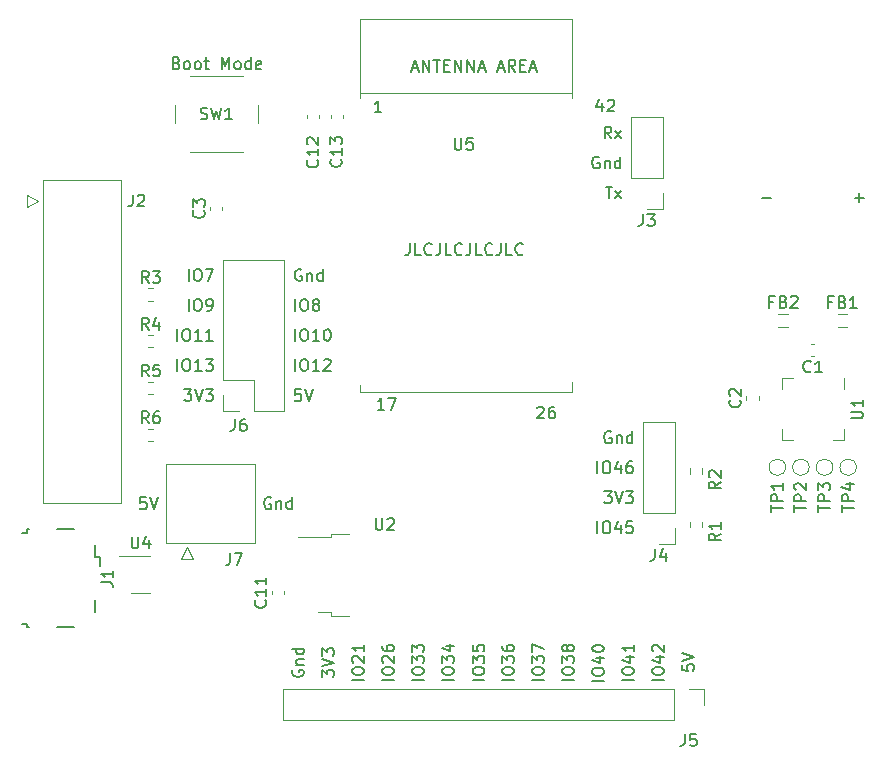
<source format=gbr>
%TF.GenerationSoftware,KiCad,Pcbnew,6.0.10+dfsg-2*%
%TF.CreationDate,2023-02-01T09:38:31-05:00*%
%TF.ProjectId,ParentsStove,50617265-6e74-4735-9374-6f76652e6b69,rev?*%
%TF.SameCoordinates,Original*%
%TF.FileFunction,Legend,Top*%
%TF.FilePolarity,Positive*%
%FSLAX46Y46*%
G04 Gerber Fmt 4.6, Leading zero omitted, Abs format (unit mm)*
G04 Created by KiCad (PCBNEW 6.0.10+dfsg-2) date 2023-02-01 09:38:31*
%MOMM*%
%LPD*%
G01*
G04 APERTURE LIST*
%ADD10C,0.150000*%
%ADD11C,0.120000*%
G04 APERTURE END LIST*
D10*
X137880952Y-95952380D02*
X137880952Y-96666666D01*
X137833333Y-96809523D01*
X137738095Y-96904761D01*
X137595238Y-96952380D01*
X137500000Y-96952380D01*
X138833333Y-96952380D02*
X138357142Y-96952380D01*
X138357142Y-95952380D01*
X139738095Y-96857142D02*
X139690476Y-96904761D01*
X139547619Y-96952380D01*
X139452380Y-96952380D01*
X139309523Y-96904761D01*
X139214285Y-96809523D01*
X139166666Y-96714285D01*
X139119047Y-96523809D01*
X139119047Y-96380952D01*
X139166666Y-96190476D01*
X139214285Y-96095238D01*
X139309523Y-96000000D01*
X139452380Y-95952380D01*
X139547619Y-95952380D01*
X139690476Y-96000000D01*
X139738095Y-96047619D01*
X140452380Y-95952380D02*
X140452380Y-96666666D01*
X140404761Y-96809523D01*
X140309523Y-96904761D01*
X140166666Y-96952380D01*
X140071428Y-96952380D01*
X141404761Y-96952380D02*
X140928571Y-96952380D01*
X140928571Y-95952380D01*
X142309523Y-96857142D02*
X142261904Y-96904761D01*
X142119047Y-96952380D01*
X142023809Y-96952380D01*
X141880952Y-96904761D01*
X141785714Y-96809523D01*
X141738095Y-96714285D01*
X141690476Y-96523809D01*
X141690476Y-96380952D01*
X141738095Y-96190476D01*
X141785714Y-96095238D01*
X141880952Y-96000000D01*
X142023809Y-95952380D01*
X142119047Y-95952380D01*
X142261904Y-96000000D01*
X142309523Y-96047619D01*
X143023809Y-95952380D02*
X143023809Y-96666666D01*
X142976190Y-96809523D01*
X142880952Y-96904761D01*
X142738095Y-96952380D01*
X142642857Y-96952380D01*
X143976190Y-96952380D02*
X143500000Y-96952380D01*
X143500000Y-95952380D01*
X144880952Y-96857142D02*
X144833333Y-96904761D01*
X144690476Y-96952380D01*
X144595238Y-96952380D01*
X144452380Y-96904761D01*
X144357142Y-96809523D01*
X144309523Y-96714285D01*
X144261904Y-96523809D01*
X144261904Y-96380952D01*
X144309523Y-96190476D01*
X144357142Y-96095238D01*
X144452380Y-96000000D01*
X144595238Y-95952380D01*
X144690476Y-95952380D01*
X144833333Y-96000000D01*
X144880952Y-96047619D01*
X145595238Y-95952380D02*
X145595238Y-96666666D01*
X145547619Y-96809523D01*
X145452380Y-96904761D01*
X145309523Y-96952380D01*
X145214285Y-96952380D01*
X146547619Y-96952380D02*
X146071428Y-96952380D01*
X146071428Y-95952380D01*
X147452380Y-96857142D02*
X147404761Y-96904761D01*
X147261904Y-96952380D01*
X147166666Y-96952380D01*
X147023809Y-96904761D01*
X146928571Y-96809523D01*
X146880952Y-96714285D01*
X146833333Y-96523809D01*
X146833333Y-96380952D01*
X146880952Y-96190476D01*
X146928571Y-96095238D01*
X147023809Y-96000000D01*
X147166666Y-95952380D01*
X147261904Y-95952380D01*
X147404761Y-96000000D01*
X147452380Y-96047619D01*
X139092380Y-132920190D02*
X138092380Y-132920190D01*
X138092380Y-132253523D02*
X138092380Y-132063047D01*
X138140000Y-131967809D01*
X138235238Y-131872571D01*
X138425714Y-131824952D01*
X138759047Y-131824952D01*
X138949523Y-131872571D01*
X139044761Y-131967809D01*
X139092380Y-132063047D01*
X139092380Y-132253523D01*
X139044761Y-132348761D01*
X138949523Y-132444000D01*
X138759047Y-132491619D01*
X138425714Y-132491619D01*
X138235238Y-132444000D01*
X138140000Y-132348761D01*
X138092380Y-132253523D01*
X138092380Y-131491619D02*
X138092380Y-130872571D01*
X138473333Y-131205904D01*
X138473333Y-131063047D01*
X138520952Y-130967809D01*
X138568571Y-130920190D01*
X138663809Y-130872571D01*
X138901904Y-130872571D01*
X138997142Y-130920190D01*
X139044761Y-130967809D01*
X139092380Y-131063047D01*
X139092380Y-131348761D01*
X139044761Y-131444000D01*
X138997142Y-131491619D01*
X138092380Y-130539238D02*
X138092380Y-129920190D01*
X138473333Y-130253523D01*
X138473333Y-130110666D01*
X138520952Y-130015428D01*
X138568571Y-129967809D01*
X138663809Y-129920190D01*
X138901904Y-129920190D01*
X138997142Y-129967809D01*
X139044761Y-130015428D01*
X139092380Y-130110666D01*
X139092380Y-130396380D01*
X139044761Y-130491619D01*
X138997142Y-130539238D01*
X153775023Y-115412380D02*
X153775023Y-114412380D01*
X154441690Y-114412380D02*
X154632166Y-114412380D01*
X154727404Y-114460000D01*
X154822642Y-114555238D01*
X154870261Y-114745714D01*
X154870261Y-115079047D01*
X154822642Y-115269523D01*
X154727404Y-115364761D01*
X154632166Y-115412380D01*
X154441690Y-115412380D01*
X154346452Y-115364761D01*
X154251214Y-115269523D01*
X154203595Y-115079047D01*
X154203595Y-114745714D01*
X154251214Y-114555238D01*
X154346452Y-114460000D01*
X154441690Y-114412380D01*
X155727404Y-114745714D02*
X155727404Y-115412380D01*
X155489309Y-114364761D02*
X155251214Y-115079047D01*
X155870261Y-115079047D01*
X156679785Y-114412380D02*
X156489309Y-114412380D01*
X156394071Y-114460000D01*
X156346452Y-114507619D01*
X156251214Y-114650476D01*
X156203595Y-114840952D01*
X156203595Y-115221904D01*
X156251214Y-115317142D01*
X156298833Y-115364761D01*
X156394071Y-115412380D01*
X156584547Y-115412380D01*
X156679785Y-115364761D01*
X156727404Y-115317142D01*
X156775023Y-115221904D01*
X156775023Y-114983809D01*
X156727404Y-114888571D01*
X156679785Y-114840952D01*
X156584547Y-114793333D01*
X156394071Y-114793333D01*
X156298833Y-114840952D01*
X156251214Y-114888571D01*
X156203595Y-114983809D01*
X149252380Y-132920190D02*
X148252380Y-132920190D01*
X148252380Y-132253523D02*
X148252380Y-132063047D01*
X148300000Y-131967809D01*
X148395238Y-131872571D01*
X148585714Y-131824952D01*
X148919047Y-131824952D01*
X149109523Y-131872571D01*
X149204761Y-131967809D01*
X149252380Y-132063047D01*
X149252380Y-132253523D01*
X149204761Y-132348761D01*
X149109523Y-132444000D01*
X148919047Y-132491619D01*
X148585714Y-132491619D01*
X148395238Y-132444000D01*
X148300000Y-132348761D01*
X148252380Y-132253523D01*
X148252380Y-131491619D02*
X148252380Y-130872571D01*
X148633333Y-131205904D01*
X148633333Y-131063047D01*
X148680952Y-130967809D01*
X148728571Y-130920190D01*
X148823809Y-130872571D01*
X149061904Y-130872571D01*
X149157142Y-130920190D01*
X149204761Y-130967809D01*
X149252380Y-131063047D01*
X149252380Y-131348761D01*
X149204761Y-131444000D01*
X149157142Y-131491619D01*
X148252380Y-130539238D02*
X148252380Y-129872571D01*
X149252380Y-130301142D01*
X128180595Y-104206380D02*
X128180595Y-103206380D01*
X128847261Y-103206380D02*
X129037738Y-103206380D01*
X129132976Y-103254000D01*
X129228214Y-103349238D01*
X129275833Y-103539714D01*
X129275833Y-103873047D01*
X129228214Y-104063523D01*
X129132976Y-104158761D01*
X129037738Y-104206380D01*
X128847261Y-104206380D01*
X128752023Y-104158761D01*
X128656785Y-104063523D01*
X128609166Y-103873047D01*
X128609166Y-103539714D01*
X128656785Y-103349238D01*
X128752023Y-103254000D01*
X128847261Y-103206380D01*
X130228214Y-104206380D02*
X129656785Y-104206380D01*
X129942500Y-104206380D02*
X129942500Y-103206380D01*
X129847261Y-103349238D01*
X129752023Y-103444476D01*
X129656785Y-103492095D01*
X130847261Y-103206380D02*
X130942500Y-103206380D01*
X131037738Y-103254000D01*
X131085357Y-103301619D01*
X131132976Y-103396857D01*
X131180595Y-103587333D01*
X131180595Y-103825428D01*
X131132976Y-104015904D01*
X131085357Y-104111142D01*
X131037738Y-104158761D01*
X130942500Y-104206380D01*
X130847261Y-104206380D01*
X130752023Y-104158761D01*
X130704404Y-104111142D01*
X130656785Y-104015904D01*
X130609166Y-103825428D01*
X130609166Y-103587333D01*
X130656785Y-103396857D01*
X130704404Y-103301619D01*
X130752023Y-103254000D01*
X130847261Y-103206380D01*
X115559523Y-117452380D02*
X115083333Y-117452380D01*
X115035714Y-117928571D01*
X115083333Y-117880952D01*
X115178571Y-117833333D01*
X115416666Y-117833333D01*
X115511904Y-117880952D01*
X115559523Y-117928571D01*
X115607142Y-118023809D01*
X115607142Y-118261904D01*
X115559523Y-118357142D01*
X115511904Y-118404761D01*
X115416666Y-118452380D01*
X115178571Y-118452380D01*
X115083333Y-118404761D01*
X115035714Y-118357142D01*
X115892857Y-117452380D02*
X116226190Y-118452380D01*
X116559523Y-117452380D01*
X167669047Y-92071428D02*
X168430952Y-92071428D01*
X118207023Y-106746380D02*
X118207023Y-105746380D01*
X118873690Y-105746380D02*
X119064166Y-105746380D01*
X119159404Y-105794000D01*
X119254642Y-105889238D01*
X119302261Y-106079714D01*
X119302261Y-106413047D01*
X119254642Y-106603523D01*
X119159404Y-106698761D01*
X119064166Y-106746380D01*
X118873690Y-106746380D01*
X118778452Y-106698761D01*
X118683214Y-106603523D01*
X118635595Y-106413047D01*
X118635595Y-106079714D01*
X118683214Y-105889238D01*
X118778452Y-105794000D01*
X118873690Y-105746380D01*
X120254642Y-106746380D02*
X119683214Y-106746380D01*
X119968928Y-106746380D02*
X119968928Y-105746380D01*
X119873690Y-105889238D01*
X119778452Y-105984476D01*
X119683214Y-106032095D01*
X120587976Y-105746380D02*
X121207023Y-105746380D01*
X120873690Y-106127333D01*
X121016547Y-106127333D01*
X121111785Y-106174952D01*
X121159404Y-106222571D01*
X121207023Y-106317809D01*
X121207023Y-106555904D01*
X121159404Y-106651142D01*
X121111785Y-106698761D01*
X121016547Y-106746380D01*
X120730833Y-106746380D01*
X120635595Y-106698761D01*
X120587976Y-106651142D01*
X154473309Y-91152380D02*
X155044738Y-91152380D01*
X154759023Y-92152380D02*
X154759023Y-91152380D01*
X155282833Y-92152380D02*
X155806642Y-91485714D01*
X155282833Y-91485714D02*
X155806642Y-92152380D01*
X118135238Y-80684571D02*
X118278095Y-80732190D01*
X118325714Y-80779809D01*
X118373333Y-80875047D01*
X118373333Y-81017904D01*
X118325714Y-81113142D01*
X118278095Y-81160761D01*
X118182857Y-81208380D01*
X117801904Y-81208380D01*
X117801904Y-80208380D01*
X118135238Y-80208380D01*
X118230476Y-80256000D01*
X118278095Y-80303619D01*
X118325714Y-80398857D01*
X118325714Y-80494095D01*
X118278095Y-80589333D01*
X118230476Y-80636952D01*
X118135238Y-80684571D01*
X117801904Y-80684571D01*
X118944761Y-81208380D02*
X118849523Y-81160761D01*
X118801904Y-81113142D01*
X118754285Y-81017904D01*
X118754285Y-80732190D01*
X118801904Y-80636952D01*
X118849523Y-80589333D01*
X118944761Y-80541714D01*
X119087619Y-80541714D01*
X119182857Y-80589333D01*
X119230476Y-80636952D01*
X119278095Y-80732190D01*
X119278095Y-81017904D01*
X119230476Y-81113142D01*
X119182857Y-81160761D01*
X119087619Y-81208380D01*
X118944761Y-81208380D01*
X119849523Y-81208380D02*
X119754285Y-81160761D01*
X119706666Y-81113142D01*
X119659047Y-81017904D01*
X119659047Y-80732190D01*
X119706666Y-80636952D01*
X119754285Y-80589333D01*
X119849523Y-80541714D01*
X119992380Y-80541714D01*
X120087619Y-80589333D01*
X120135238Y-80636952D01*
X120182857Y-80732190D01*
X120182857Y-81017904D01*
X120135238Y-81113142D01*
X120087619Y-81160761D01*
X119992380Y-81208380D01*
X119849523Y-81208380D01*
X120468571Y-80541714D02*
X120849523Y-80541714D01*
X120611428Y-80208380D02*
X120611428Y-81065523D01*
X120659047Y-81160761D01*
X120754285Y-81208380D01*
X120849523Y-81208380D01*
X121944761Y-81208380D02*
X121944761Y-80208380D01*
X122278095Y-80922666D01*
X122611428Y-80208380D01*
X122611428Y-81208380D01*
X123230476Y-81208380D02*
X123135238Y-81160761D01*
X123087619Y-81113142D01*
X123040000Y-81017904D01*
X123040000Y-80732190D01*
X123087619Y-80636952D01*
X123135238Y-80589333D01*
X123230476Y-80541714D01*
X123373333Y-80541714D01*
X123468571Y-80589333D01*
X123516190Y-80636952D01*
X123563809Y-80732190D01*
X123563809Y-81017904D01*
X123516190Y-81113142D01*
X123468571Y-81160761D01*
X123373333Y-81208380D01*
X123230476Y-81208380D01*
X124420952Y-81208380D02*
X124420952Y-80208380D01*
X124420952Y-81160761D02*
X124325714Y-81208380D01*
X124135238Y-81208380D01*
X124040000Y-81160761D01*
X123992380Y-81113142D01*
X123944761Y-81017904D01*
X123944761Y-80732190D01*
X123992380Y-80636952D01*
X124040000Y-80589333D01*
X124135238Y-80541714D01*
X124325714Y-80541714D01*
X124420952Y-80589333D01*
X125278095Y-81160761D02*
X125182857Y-81208380D01*
X124992380Y-81208380D01*
X124897142Y-81160761D01*
X124849523Y-81065523D01*
X124849523Y-80684571D01*
X124897142Y-80589333D01*
X124992380Y-80541714D01*
X125182857Y-80541714D01*
X125278095Y-80589333D01*
X125325714Y-80684571D01*
X125325714Y-80779809D01*
X124849523Y-80875047D01*
X146712380Y-132920190D02*
X145712380Y-132920190D01*
X145712380Y-132253523D02*
X145712380Y-132063047D01*
X145760000Y-131967809D01*
X145855238Y-131872571D01*
X146045714Y-131824952D01*
X146379047Y-131824952D01*
X146569523Y-131872571D01*
X146664761Y-131967809D01*
X146712380Y-132063047D01*
X146712380Y-132253523D01*
X146664761Y-132348761D01*
X146569523Y-132444000D01*
X146379047Y-132491619D01*
X146045714Y-132491619D01*
X145855238Y-132444000D01*
X145760000Y-132348761D01*
X145712380Y-132253523D01*
X145712380Y-131491619D02*
X145712380Y-130872571D01*
X146093333Y-131205904D01*
X146093333Y-131063047D01*
X146140952Y-130967809D01*
X146188571Y-130920190D01*
X146283809Y-130872571D01*
X146521904Y-130872571D01*
X146617142Y-130920190D01*
X146664761Y-130967809D01*
X146712380Y-131063047D01*
X146712380Y-131348761D01*
X146664761Y-131444000D01*
X146617142Y-131491619D01*
X145712380Y-130015428D02*
X145712380Y-130205904D01*
X145760000Y-130301142D01*
X145807619Y-130348761D01*
X145950476Y-130444000D01*
X146140952Y-130491619D01*
X146521904Y-130491619D01*
X146617142Y-130444000D01*
X146664761Y-130396380D01*
X146712380Y-130301142D01*
X146712380Y-130110666D01*
X146664761Y-130015428D01*
X146617142Y-129967809D01*
X146521904Y-129920190D01*
X146283809Y-129920190D01*
X146188571Y-129967809D01*
X146140952Y-130015428D01*
X146093333Y-130110666D01*
X146093333Y-130301142D01*
X146140952Y-130396380D01*
X146188571Y-130444000D01*
X146283809Y-130491619D01*
X154949500Y-87072380D02*
X154616166Y-86596190D01*
X154378071Y-87072380D02*
X154378071Y-86072380D01*
X154759023Y-86072380D01*
X154854261Y-86120000D01*
X154901880Y-86167619D01*
X154949500Y-86262857D01*
X154949500Y-86405714D01*
X154901880Y-86500952D01*
X154854261Y-86548571D01*
X154759023Y-86596190D01*
X154378071Y-86596190D01*
X155282833Y-87072380D02*
X155806642Y-86405714D01*
X155282833Y-86405714D02*
X155806642Y-87072380D01*
X154917880Y-111920000D02*
X154822642Y-111872380D01*
X154679785Y-111872380D01*
X154536928Y-111920000D01*
X154441690Y-112015238D01*
X154394071Y-112110476D01*
X154346452Y-112300952D01*
X154346452Y-112443809D01*
X154394071Y-112634285D01*
X154441690Y-112729523D01*
X154536928Y-112824761D01*
X154679785Y-112872380D01*
X154775023Y-112872380D01*
X154917880Y-112824761D01*
X154965500Y-112777142D01*
X154965500Y-112443809D01*
X154775023Y-112443809D01*
X155394071Y-112205714D02*
X155394071Y-112872380D01*
X155394071Y-112300952D02*
X155441690Y-112253333D01*
X155536928Y-112205714D01*
X155679785Y-112205714D01*
X155775023Y-112253333D01*
X155822642Y-112348571D01*
X155822642Y-112872380D01*
X156727404Y-112872380D02*
X156727404Y-111872380D01*
X156727404Y-112824761D02*
X156632166Y-112872380D01*
X156441690Y-112872380D01*
X156346452Y-112824761D01*
X156298833Y-112777142D01*
X156251214Y-112681904D01*
X156251214Y-112396190D01*
X156298833Y-112300952D01*
X156346452Y-112253333D01*
X156441690Y-112205714D01*
X156632166Y-112205714D01*
X156727404Y-112253333D01*
X144202380Y-132920190D02*
X143202380Y-132920190D01*
X143202380Y-132253523D02*
X143202380Y-132063047D01*
X143250000Y-131967809D01*
X143345238Y-131872571D01*
X143535714Y-131824952D01*
X143869047Y-131824952D01*
X144059523Y-131872571D01*
X144154761Y-131967809D01*
X144202380Y-132063047D01*
X144202380Y-132253523D01*
X144154761Y-132348761D01*
X144059523Y-132444000D01*
X143869047Y-132491619D01*
X143535714Y-132491619D01*
X143345238Y-132444000D01*
X143250000Y-132348761D01*
X143202380Y-132253523D01*
X143202380Y-131491619D02*
X143202380Y-130872571D01*
X143583333Y-131205904D01*
X143583333Y-131063047D01*
X143630952Y-130967809D01*
X143678571Y-130920190D01*
X143773809Y-130872571D01*
X144011904Y-130872571D01*
X144107142Y-130920190D01*
X144154761Y-130967809D01*
X144202380Y-131063047D01*
X144202380Y-131348761D01*
X144154761Y-131444000D01*
X144107142Y-131491619D01*
X143202380Y-129967809D02*
X143202380Y-130444000D01*
X143678571Y-130491619D01*
X143630952Y-130444000D01*
X143583333Y-130348761D01*
X143583333Y-130110666D01*
X143630952Y-130015428D01*
X143678571Y-129967809D01*
X143773809Y-129920190D01*
X144011904Y-129920190D01*
X144107142Y-129967809D01*
X144154761Y-130015428D01*
X144202380Y-130110666D01*
X144202380Y-130348761D01*
X144154761Y-130444000D01*
X144107142Y-130491619D01*
X151792380Y-132920190D02*
X150792380Y-132920190D01*
X150792380Y-132253523D02*
X150792380Y-132063047D01*
X150840000Y-131967809D01*
X150935238Y-131872571D01*
X151125714Y-131824952D01*
X151459047Y-131824952D01*
X151649523Y-131872571D01*
X151744761Y-131967809D01*
X151792380Y-132063047D01*
X151792380Y-132253523D01*
X151744761Y-132348761D01*
X151649523Y-132444000D01*
X151459047Y-132491619D01*
X151125714Y-132491619D01*
X150935238Y-132444000D01*
X150840000Y-132348761D01*
X150792380Y-132253523D01*
X150792380Y-131491619D02*
X150792380Y-130872571D01*
X151173333Y-131205904D01*
X151173333Y-131063047D01*
X151220952Y-130967809D01*
X151268571Y-130920190D01*
X151363809Y-130872571D01*
X151601904Y-130872571D01*
X151697142Y-130920190D01*
X151744761Y-130967809D01*
X151792380Y-131063047D01*
X151792380Y-131348761D01*
X151744761Y-131444000D01*
X151697142Y-131491619D01*
X151220952Y-130301142D02*
X151173333Y-130396380D01*
X151125714Y-130444000D01*
X151030476Y-130491619D01*
X150982857Y-130491619D01*
X150887619Y-130444000D01*
X150840000Y-130396380D01*
X150792380Y-130301142D01*
X150792380Y-130110666D01*
X150840000Y-130015428D01*
X150887619Y-129967809D01*
X150982857Y-129920190D01*
X151030476Y-129920190D01*
X151125714Y-129967809D01*
X151173333Y-130015428D01*
X151220952Y-130110666D01*
X151220952Y-130301142D01*
X151268571Y-130396380D01*
X151316190Y-130444000D01*
X151411428Y-130491619D01*
X151601904Y-130491619D01*
X151697142Y-130444000D01*
X151744761Y-130396380D01*
X151792380Y-130301142D01*
X151792380Y-130110666D01*
X151744761Y-130015428D01*
X151697142Y-129967809D01*
X151601904Y-129920190D01*
X151411428Y-129920190D01*
X151316190Y-129967809D01*
X151268571Y-130015428D01*
X151220952Y-130110666D01*
X160952380Y-131634476D02*
X160952380Y-132110666D01*
X161428571Y-132158285D01*
X161380952Y-132110666D01*
X161333333Y-132015428D01*
X161333333Y-131777333D01*
X161380952Y-131682095D01*
X161428571Y-131634476D01*
X161523809Y-131586857D01*
X161761904Y-131586857D01*
X161857142Y-131634476D01*
X161904761Y-131682095D01*
X161952380Y-131777333D01*
X161952380Y-132015428D01*
X161904761Y-132110666D01*
X161857142Y-132158285D01*
X160952380Y-131301142D02*
X161952380Y-130967809D01*
X160952380Y-130634476D01*
X136552380Y-132920190D02*
X135552380Y-132920190D01*
X135552380Y-132253523D02*
X135552380Y-132063047D01*
X135600000Y-131967809D01*
X135695238Y-131872571D01*
X135885714Y-131824952D01*
X136219047Y-131824952D01*
X136409523Y-131872571D01*
X136504761Y-131967809D01*
X136552380Y-132063047D01*
X136552380Y-132253523D01*
X136504761Y-132348761D01*
X136409523Y-132444000D01*
X136219047Y-132491619D01*
X135885714Y-132491619D01*
X135695238Y-132444000D01*
X135600000Y-132348761D01*
X135552380Y-132253523D01*
X135647619Y-131444000D02*
X135600000Y-131396380D01*
X135552380Y-131301142D01*
X135552380Y-131063047D01*
X135600000Y-130967809D01*
X135647619Y-130920190D01*
X135742857Y-130872571D01*
X135838095Y-130872571D01*
X135980952Y-130920190D01*
X136552380Y-131491619D01*
X136552380Y-130872571D01*
X135552380Y-130015428D02*
X135552380Y-130205904D01*
X135600000Y-130301142D01*
X135647619Y-130348761D01*
X135790476Y-130444000D01*
X135980952Y-130491619D01*
X136361904Y-130491619D01*
X136457142Y-130444000D01*
X136504761Y-130396380D01*
X136552380Y-130301142D01*
X136552380Y-130110666D01*
X136504761Y-130015428D01*
X136457142Y-129967809D01*
X136361904Y-129920190D01*
X136123809Y-129920190D01*
X136028571Y-129967809D01*
X135980952Y-130015428D01*
X135933333Y-130110666D01*
X135933333Y-130301142D01*
X135980952Y-130396380D01*
X136028571Y-130444000D01*
X136123809Y-130491619D01*
X154332380Y-132976190D02*
X153332380Y-132976190D01*
X153332380Y-132309523D02*
X153332380Y-132119047D01*
X153380000Y-132023809D01*
X153475238Y-131928571D01*
X153665714Y-131880952D01*
X153999047Y-131880952D01*
X154189523Y-131928571D01*
X154284761Y-132023809D01*
X154332380Y-132119047D01*
X154332380Y-132309523D01*
X154284761Y-132404761D01*
X154189523Y-132500000D01*
X153999047Y-132547619D01*
X153665714Y-132547619D01*
X153475238Y-132500000D01*
X153380000Y-132404761D01*
X153332380Y-132309523D01*
X153665714Y-131023809D02*
X154332380Y-131023809D01*
X153284761Y-131261904D02*
X153999047Y-131500000D01*
X153999047Y-130880952D01*
X153332380Y-130309523D02*
X153332380Y-130214285D01*
X153380000Y-130119047D01*
X153427619Y-130071428D01*
X153522857Y-130023809D01*
X153713333Y-129976190D01*
X153951428Y-129976190D01*
X154141904Y-130023809D01*
X154237142Y-130071428D01*
X154284761Y-130119047D01*
X154332380Y-130214285D01*
X154332380Y-130309523D01*
X154284761Y-130404761D01*
X154237142Y-130452380D01*
X154141904Y-130500000D01*
X153951428Y-130547619D01*
X153713333Y-130547619D01*
X153522857Y-130500000D01*
X153427619Y-130452380D01*
X153380000Y-130404761D01*
X153332380Y-130309523D01*
X128180595Y-101666380D02*
X128180595Y-100666380D01*
X128847261Y-100666380D02*
X129037738Y-100666380D01*
X129132976Y-100714000D01*
X129228214Y-100809238D01*
X129275833Y-100999714D01*
X129275833Y-101333047D01*
X129228214Y-101523523D01*
X129132976Y-101618761D01*
X129037738Y-101666380D01*
X128847261Y-101666380D01*
X128752023Y-101618761D01*
X128656785Y-101523523D01*
X128609166Y-101333047D01*
X128609166Y-100999714D01*
X128656785Y-100809238D01*
X128752023Y-100714000D01*
X128847261Y-100666380D01*
X129847261Y-101094952D02*
X129752023Y-101047333D01*
X129704404Y-100999714D01*
X129656785Y-100904476D01*
X129656785Y-100856857D01*
X129704404Y-100761619D01*
X129752023Y-100714000D01*
X129847261Y-100666380D01*
X130037738Y-100666380D01*
X130132976Y-100714000D01*
X130180595Y-100761619D01*
X130228214Y-100856857D01*
X130228214Y-100904476D01*
X130180595Y-100999714D01*
X130132976Y-101047333D01*
X130037738Y-101094952D01*
X129847261Y-101094952D01*
X129752023Y-101142571D01*
X129704404Y-101190190D01*
X129656785Y-101285428D01*
X129656785Y-101475904D01*
X129704404Y-101571142D01*
X129752023Y-101618761D01*
X129847261Y-101666380D01*
X130037738Y-101666380D01*
X130132976Y-101618761D01*
X130180595Y-101571142D01*
X130228214Y-101475904D01*
X130228214Y-101285428D01*
X130180595Y-101190190D01*
X130132976Y-101142571D01*
X130037738Y-101094952D01*
X175559047Y-92071428D02*
X176320952Y-92071428D01*
X175940000Y-92452380D02*
X175940000Y-91690476D01*
X130472380Y-132682095D02*
X130472380Y-132063047D01*
X130853333Y-132396380D01*
X130853333Y-132253523D01*
X130900952Y-132158285D01*
X130948571Y-132110666D01*
X131043809Y-132063047D01*
X131281904Y-132063047D01*
X131377142Y-132110666D01*
X131424761Y-132158285D01*
X131472380Y-132253523D01*
X131472380Y-132539238D01*
X131424761Y-132634476D01*
X131377142Y-132682095D01*
X130472380Y-131777333D02*
X131472380Y-131444000D01*
X130472380Y-131110666D01*
X130472380Y-130872571D02*
X130472380Y-130253523D01*
X130853333Y-130586857D01*
X130853333Y-130444000D01*
X130900952Y-130348761D01*
X130948571Y-130301142D01*
X131043809Y-130253523D01*
X131281904Y-130253523D01*
X131377142Y-130301142D01*
X131424761Y-130348761D01*
X131472380Y-130444000D01*
X131472380Y-130729714D01*
X131424761Y-130824952D01*
X131377142Y-130872571D01*
X153901880Y-88660000D02*
X153806642Y-88612380D01*
X153663785Y-88612380D01*
X153520928Y-88660000D01*
X153425690Y-88755238D01*
X153378071Y-88850476D01*
X153330452Y-89040952D01*
X153330452Y-89183809D01*
X153378071Y-89374285D01*
X153425690Y-89469523D01*
X153520928Y-89564761D01*
X153663785Y-89612380D01*
X153759023Y-89612380D01*
X153901880Y-89564761D01*
X153949500Y-89517142D01*
X153949500Y-89183809D01*
X153759023Y-89183809D01*
X154378071Y-88945714D02*
X154378071Y-89612380D01*
X154378071Y-89040952D02*
X154425690Y-88993333D01*
X154520928Y-88945714D01*
X154663785Y-88945714D01*
X154759023Y-88993333D01*
X154806642Y-89088571D01*
X154806642Y-89612380D01*
X155711404Y-89612380D02*
X155711404Y-88612380D01*
X155711404Y-89564761D02*
X155616166Y-89612380D01*
X155425690Y-89612380D01*
X155330452Y-89564761D01*
X155282833Y-89517142D01*
X155235214Y-89421904D01*
X155235214Y-89136190D01*
X155282833Y-89040952D01*
X155330452Y-88993333D01*
X155425690Y-88945714D01*
X155616166Y-88945714D01*
X155711404Y-88993333D01*
X153775023Y-120492380D02*
X153775023Y-119492380D01*
X154441690Y-119492380D02*
X154632166Y-119492380D01*
X154727404Y-119540000D01*
X154822642Y-119635238D01*
X154870261Y-119825714D01*
X154870261Y-120159047D01*
X154822642Y-120349523D01*
X154727404Y-120444761D01*
X154632166Y-120492380D01*
X154441690Y-120492380D01*
X154346452Y-120444761D01*
X154251214Y-120349523D01*
X154203595Y-120159047D01*
X154203595Y-119825714D01*
X154251214Y-119635238D01*
X154346452Y-119540000D01*
X154441690Y-119492380D01*
X155727404Y-119825714D02*
X155727404Y-120492380D01*
X155489309Y-119444761D02*
X155251214Y-120159047D01*
X155870261Y-120159047D01*
X156727404Y-119492380D02*
X156251214Y-119492380D01*
X156203595Y-119968571D01*
X156251214Y-119920952D01*
X156346452Y-119873333D01*
X156584547Y-119873333D01*
X156679785Y-119920952D01*
X156727404Y-119968571D01*
X156775023Y-120063809D01*
X156775023Y-120301904D01*
X156727404Y-120397142D01*
X156679785Y-120444761D01*
X156584547Y-120492380D01*
X156346452Y-120492380D01*
X156251214Y-120444761D01*
X156203595Y-120397142D01*
X119159404Y-101666380D02*
X119159404Y-100666380D01*
X119826071Y-100666380D02*
X120016547Y-100666380D01*
X120111785Y-100714000D01*
X120207023Y-100809238D01*
X120254642Y-100999714D01*
X120254642Y-101333047D01*
X120207023Y-101523523D01*
X120111785Y-101618761D01*
X120016547Y-101666380D01*
X119826071Y-101666380D01*
X119730833Y-101618761D01*
X119635595Y-101523523D01*
X119587976Y-101333047D01*
X119587976Y-100999714D01*
X119635595Y-100809238D01*
X119730833Y-100714000D01*
X119826071Y-100666380D01*
X120730833Y-101666380D02*
X120921309Y-101666380D01*
X121016547Y-101618761D01*
X121064166Y-101571142D01*
X121159404Y-101428285D01*
X121207023Y-101237809D01*
X121207023Y-100856857D01*
X121159404Y-100761619D01*
X121111785Y-100714000D01*
X121016547Y-100666380D01*
X120826071Y-100666380D01*
X120730833Y-100714000D01*
X120683214Y-100761619D01*
X120635595Y-100856857D01*
X120635595Y-101094952D01*
X120683214Y-101190190D01*
X120730833Y-101237809D01*
X120826071Y-101285428D01*
X121016547Y-101285428D01*
X121111785Y-101237809D01*
X121159404Y-101190190D01*
X121207023Y-101094952D01*
X126107142Y-117500000D02*
X126011904Y-117452380D01*
X125869047Y-117452380D01*
X125726190Y-117500000D01*
X125630952Y-117595238D01*
X125583333Y-117690476D01*
X125535714Y-117880952D01*
X125535714Y-118023809D01*
X125583333Y-118214285D01*
X125630952Y-118309523D01*
X125726190Y-118404761D01*
X125869047Y-118452380D01*
X125964285Y-118452380D01*
X126107142Y-118404761D01*
X126154761Y-118357142D01*
X126154761Y-118023809D01*
X125964285Y-118023809D01*
X126583333Y-117785714D02*
X126583333Y-118452380D01*
X126583333Y-117880952D02*
X126630952Y-117833333D01*
X126726190Y-117785714D01*
X126869047Y-117785714D01*
X126964285Y-117833333D01*
X127011904Y-117928571D01*
X127011904Y-118452380D01*
X127916666Y-118452380D02*
X127916666Y-117452380D01*
X127916666Y-118404761D02*
X127821428Y-118452380D01*
X127630952Y-118452380D01*
X127535714Y-118404761D01*
X127488095Y-118357142D01*
X127440476Y-118261904D01*
X127440476Y-117976190D01*
X127488095Y-117880952D01*
X127535714Y-117833333D01*
X127630952Y-117785714D01*
X127821428Y-117785714D01*
X127916666Y-117833333D01*
X134012380Y-132920190D02*
X133012380Y-132920190D01*
X133012380Y-132253523D02*
X133012380Y-132063047D01*
X133060000Y-131967809D01*
X133155238Y-131872571D01*
X133345714Y-131824952D01*
X133679047Y-131824952D01*
X133869523Y-131872571D01*
X133964761Y-131967809D01*
X134012380Y-132063047D01*
X134012380Y-132253523D01*
X133964761Y-132348761D01*
X133869523Y-132444000D01*
X133679047Y-132491619D01*
X133345714Y-132491619D01*
X133155238Y-132444000D01*
X133060000Y-132348761D01*
X133012380Y-132253523D01*
X133107619Y-131444000D02*
X133060000Y-131396380D01*
X133012380Y-131301142D01*
X133012380Y-131063047D01*
X133060000Y-130967809D01*
X133107619Y-130920190D01*
X133202857Y-130872571D01*
X133298095Y-130872571D01*
X133440952Y-130920190D01*
X134012380Y-131491619D01*
X134012380Y-130872571D01*
X134012380Y-129920190D02*
X134012380Y-130491619D01*
X134012380Y-130205904D02*
X133012380Y-130205904D01*
X133155238Y-130301142D01*
X133250476Y-130396380D01*
X133298095Y-130491619D01*
X118207023Y-104206380D02*
X118207023Y-103206380D01*
X118873690Y-103206380D02*
X119064166Y-103206380D01*
X119159404Y-103254000D01*
X119254642Y-103349238D01*
X119302261Y-103539714D01*
X119302261Y-103873047D01*
X119254642Y-104063523D01*
X119159404Y-104158761D01*
X119064166Y-104206380D01*
X118873690Y-104206380D01*
X118778452Y-104158761D01*
X118683214Y-104063523D01*
X118635595Y-103873047D01*
X118635595Y-103539714D01*
X118683214Y-103349238D01*
X118778452Y-103254000D01*
X118873690Y-103206380D01*
X120254642Y-104206380D02*
X119683214Y-104206380D01*
X119968928Y-104206380D02*
X119968928Y-103206380D01*
X119873690Y-103349238D01*
X119778452Y-103444476D01*
X119683214Y-103492095D01*
X121207023Y-104206380D02*
X120635595Y-104206380D01*
X120921309Y-104206380D02*
X120921309Y-103206380D01*
X120826071Y-103349238D01*
X120730833Y-103444476D01*
X120635595Y-103492095D01*
X118778452Y-108286380D02*
X119397500Y-108286380D01*
X119064166Y-108667333D01*
X119207023Y-108667333D01*
X119302261Y-108714952D01*
X119349880Y-108762571D01*
X119397500Y-108857809D01*
X119397500Y-109095904D01*
X119349880Y-109191142D01*
X119302261Y-109238761D01*
X119207023Y-109286380D01*
X118921309Y-109286380D01*
X118826071Y-109238761D01*
X118778452Y-109191142D01*
X119683214Y-108286380D02*
X120016547Y-109286380D01*
X120349880Y-108286380D01*
X120587976Y-108286380D02*
X121207023Y-108286380D01*
X120873690Y-108667333D01*
X121016547Y-108667333D01*
X121111785Y-108714952D01*
X121159404Y-108762571D01*
X121207023Y-108857809D01*
X121207023Y-109095904D01*
X121159404Y-109191142D01*
X121111785Y-109238761D01*
X121016547Y-109286380D01*
X120730833Y-109286380D01*
X120635595Y-109238761D01*
X120587976Y-109191142D01*
X128656785Y-108316380D02*
X128180595Y-108316380D01*
X128132976Y-108792571D01*
X128180595Y-108744952D01*
X128275833Y-108697333D01*
X128513928Y-108697333D01*
X128609166Y-108744952D01*
X128656785Y-108792571D01*
X128704404Y-108887809D01*
X128704404Y-109125904D01*
X128656785Y-109221142D01*
X128609166Y-109268761D01*
X128513928Y-109316380D01*
X128275833Y-109316380D01*
X128180595Y-109268761D01*
X128132976Y-109221142D01*
X128990119Y-108316380D02*
X129323452Y-109316380D01*
X129656785Y-108316380D01*
X128180595Y-106746380D02*
X128180595Y-105746380D01*
X128847261Y-105746380D02*
X129037738Y-105746380D01*
X129132976Y-105794000D01*
X129228214Y-105889238D01*
X129275833Y-106079714D01*
X129275833Y-106413047D01*
X129228214Y-106603523D01*
X129132976Y-106698761D01*
X129037738Y-106746380D01*
X128847261Y-106746380D01*
X128752023Y-106698761D01*
X128656785Y-106603523D01*
X128609166Y-106413047D01*
X128609166Y-106079714D01*
X128656785Y-105889238D01*
X128752023Y-105794000D01*
X128847261Y-105746380D01*
X130228214Y-106746380D02*
X129656785Y-106746380D01*
X129942500Y-106746380D02*
X129942500Y-105746380D01*
X129847261Y-105889238D01*
X129752023Y-105984476D01*
X129656785Y-106032095D01*
X130609166Y-105841619D02*
X130656785Y-105794000D01*
X130752023Y-105746380D01*
X130990119Y-105746380D01*
X131085357Y-105794000D01*
X131132976Y-105841619D01*
X131180595Y-105936857D01*
X131180595Y-106032095D01*
X131132976Y-106174952D01*
X130561547Y-106746380D01*
X131180595Y-106746380D01*
X156872380Y-132920190D02*
X155872380Y-132920190D01*
X155872380Y-132253523D02*
X155872380Y-132063047D01*
X155920000Y-131967809D01*
X156015238Y-131872571D01*
X156205714Y-131824952D01*
X156539047Y-131824952D01*
X156729523Y-131872571D01*
X156824761Y-131967809D01*
X156872380Y-132063047D01*
X156872380Y-132253523D01*
X156824761Y-132348761D01*
X156729523Y-132444000D01*
X156539047Y-132491619D01*
X156205714Y-132491619D01*
X156015238Y-132444000D01*
X155920000Y-132348761D01*
X155872380Y-132253523D01*
X156205714Y-130967809D02*
X156872380Y-130967809D01*
X155824761Y-131205904D02*
X156539047Y-131444000D01*
X156539047Y-130824952D01*
X156872380Y-129920190D02*
X156872380Y-130491619D01*
X156872380Y-130205904D02*
X155872380Y-130205904D01*
X156015238Y-130301142D01*
X156110476Y-130396380D01*
X156158095Y-130491619D01*
X141632380Y-132920190D02*
X140632380Y-132920190D01*
X140632380Y-132253523D02*
X140632380Y-132063047D01*
X140680000Y-131967809D01*
X140775238Y-131872571D01*
X140965714Y-131824952D01*
X141299047Y-131824952D01*
X141489523Y-131872571D01*
X141584761Y-131967809D01*
X141632380Y-132063047D01*
X141632380Y-132253523D01*
X141584761Y-132348761D01*
X141489523Y-132444000D01*
X141299047Y-132491619D01*
X140965714Y-132491619D01*
X140775238Y-132444000D01*
X140680000Y-132348761D01*
X140632380Y-132253523D01*
X140632380Y-131491619D02*
X140632380Y-130872571D01*
X141013333Y-131205904D01*
X141013333Y-131063047D01*
X141060952Y-130967809D01*
X141108571Y-130920190D01*
X141203809Y-130872571D01*
X141441904Y-130872571D01*
X141537142Y-130920190D01*
X141584761Y-130967809D01*
X141632380Y-131063047D01*
X141632380Y-131348761D01*
X141584761Y-131444000D01*
X141537142Y-131491619D01*
X140965714Y-130015428D02*
X141632380Y-130015428D01*
X140584761Y-130253523D02*
X141299047Y-130491619D01*
X141299047Y-129872571D01*
X154346452Y-116952380D02*
X154965500Y-116952380D01*
X154632166Y-117333333D01*
X154775023Y-117333333D01*
X154870261Y-117380952D01*
X154917880Y-117428571D01*
X154965500Y-117523809D01*
X154965500Y-117761904D01*
X154917880Y-117857142D01*
X154870261Y-117904761D01*
X154775023Y-117952380D01*
X154489309Y-117952380D01*
X154394071Y-117904761D01*
X154346452Y-117857142D01*
X155251214Y-116952380D02*
X155584547Y-117952380D01*
X155917880Y-116952380D01*
X156155976Y-116952380D02*
X156775023Y-116952380D01*
X156441690Y-117333333D01*
X156584547Y-117333333D01*
X156679785Y-117380952D01*
X156727404Y-117428571D01*
X156775023Y-117523809D01*
X156775023Y-117761904D01*
X156727404Y-117857142D01*
X156679785Y-117904761D01*
X156584547Y-117952380D01*
X156298833Y-117952380D01*
X156203595Y-117904761D01*
X156155976Y-117857142D01*
X119159404Y-99126380D02*
X119159404Y-98126380D01*
X119826071Y-98126380D02*
X120016547Y-98126380D01*
X120111785Y-98174000D01*
X120207023Y-98269238D01*
X120254642Y-98459714D01*
X120254642Y-98793047D01*
X120207023Y-98983523D01*
X120111785Y-99078761D01*
X120016547Y-99126380D01*
X119826071Y-99126380D01*
X119730833Y-99078761D01*
X119635595Y-98983523D01*
X119587976Y-98793047D01*
X119587976Y-98459714D01*
X119635595Y-98269238D01*
X119730833Y-98174000D01*
X119826071Y-98126380D01*
X120587976Y-98126380D02*
X121254642Y-98126380D01*
X120826071Y-99126380D01*
X159412380Y-132920190D02*
X158412380Y-132920190D01*
X158412380Y-132253523D02*
X158412380Y-132063047D01*
X158460000Y-131967809D01*
X158555238Y-131872571D01*
X158745714Y-131824952D01*
X159079047Y-131824952D01*
X159269523Y-131872571D01*
X159364761Y-131967809D01*
X159412380Y-132063047D01*
X159412380Y-132253523D01*
X159364761Y-132348761D01*
X159269523Y-132444000D01*
X159079047Y-132491619D01*
X158745714Y-132491619D01*
X158555238Y-132444000D01*
X158460000Y-132348761D01*
X158412380Y-132253523D01*
X158745714Y-130967809D02*
X159412380Y-130967809D01*
X158364761Y-131205904D02*
X159079047Y-131444000D01*
X159079047Y-130824952D01*
X158507619Y-130491619D02*
X158460000Y-130444000D01*
X158412380Y-130348761D01*
X158412380Y-130110666D01*
X158460000Y-130015428D01*
X158507619Y-129967809D01*
X158602857Y-129920190D01*
X158698095Y-129920190D01*
X158840952Y-129967809D01*
X159412380Y-130539238D01*
X159412380Y-129920190D01*
X127980000Y-132086857D02*
X127932380Y-132182095D01*
X127932380Y-132324952D01*
X127980000Y-132467809D01*
X128075238Y-132563047D01*
X128170476Y-132610666D01*
X128360952Y-132658285D01*
X128503809Y-132658285D01*
X128694285Y-132610666D01*
X128789523Y-132563047D01*
X128884761Y-132467809D01*
X128932380Y-132324952D01*
X128932380Y-132229714D01*
X128884761Y-132086857D01*
X128837142Y-132039238D01*
X128503809Y-132039238D01*
X128503809Y-132229714D01*
X128265714Y-131610666D02*
X128932380Y-131610666D01*
X128360952Y-131610666D02*
X128313333Y-131563047D01*
X128265714Y-131467809D01*
X128265714Y-131324952D01*
X128313333Y-131229714D01*
X128408571Y-131182095D01*
X128932380Y-131182095D01*
X128932380Y-130277333D02*
X127932380Y-130277333D01*
X128884761Y-130277333D02*
X128932380Y-130372571D01*
X128932380Y-130563047D01*
X128884761Y-130658285D01*
X128837142Y-130705904D01*
X128741904Y-130753523D01*
X128456190Y-130753523D01*
X128360952Y-130705904D01*
X128313333Y-130658285D01*
X128265714Y-130563047D01*
X128265714Y-130372571D01*
X128313333Y-130277333D01*
X128704404Y-98174000D02*
X128609166Y-98126380D01*
X128466309Y-98126380D01*
X128323452Y-98174000D01*
X128228214Y-98269238D01*
X128180595Y-98364476D01*
X128132976Y-98554952D01*
X128132976Y-98697809D01*
X128180595Y-98888285D01*
X128228214Y-98983523D01*
X128323452Y-99078761D01*
X128466309Y-99126380D01*
X128561547Y-99126380D01*
X128704404Y-99078761D01*
X128752023Y-99031142D01*
X128752023Y-98697809D01*
X128561547Y-98697809D01*
X129180595Y-98459714D02*
X129180595Y-99126380D01*
X129180595Y-98554952D02*
X129228214Y-98507333D01*
X129323452Y-98459714D01*
X129466309Y-98459714D01*
X129561547Y-98507333D01*
X129609166Y-98602571D01*
X129609166Y-99126380D01*
X130513928Y-99126380D02*
X130513928Y-98126380D01*
X130513928Y-99078761D02*
X130418690Y-99126380D01*
X130228214Y-99126380D01*
X130132976Y-99078761D01*
X130085357Y-99031142D01*
X130037738Y-98935904D01*
X130037738Y-98650190D01*
X130085357Y-98554952D01*
X130132976Y-98507333D01*
X130228214Y-98459714D01*
X130418690Y-98459714D01*
X130513928Y-98507333D01*
%TO.C,U5*%
X141678095Y-87027380D02*
X141678095Y-87836904D01*
X141725714Y-87932142D01*
X141773333Y-87979761D01*
X141868571Y-88027380D01*
X142059047Y-88027380D01*
X142154285Y-87979761D01*
X142201904Y-87932142D01*
X142249523Y-87836904D01*
X142249523Y-87027380D01*
X143201904Y-87027380D02*
X142725714Y-87027380D01*
X142678095Y-87503571D01*
X142725714Y-87455952D01*
X142820952Y-87408333D01*
X143059047Y-87408333D01*
X143154285Y-87455952D01*
X143201904Y-87503571D01*
X143249523Y-87598809D01*
X143249523Y-87836904D01*
X143201904Y-87932142D01*
X143154285Y-87979761D01*
X143059047Y-88027380D01*
X142820952Y-88027380D01*
X142725714Y-87979761D01*
X142678095Y-87932142D01*
X135475714Y-84870380D02*
X134904285Y-84870380D01*
X135190000Y-84870380D02*
X135190000Y-83870380D01*
X135094761Y-84013238D01*
X134999523Y-84108476D01*
X134904285Y-84156095D01*
X148678095Y-109872619D02*
X148725714Y-109825000D01*
X148820952Y-109777380D01*
X149059047Y-109777380D01*
X149154285Y-109825000D01*
X149201904Y-109872619D01*
X149249523Y-109967857D01*
X149249523Y-110063095D01*
X149201904Y-110205952D01*
X148630476Y-110777380D01*
X149249523Y-110777380D01*
X150106666Y-109777380D02*
X149916190Y-109777380D01*
X149820952Y-109825000D01*
X149773333Y-109872619D01*
X149678095Y-110015476D01*
X149630476Y-110205952D01*
X149630476Y-110586904D01*
X149678095Y-110682142D01*
X149725714Y-110729761D01*
X149820952Y-110777380D01*
X150011428Y-110777380D01*
X150106666Y-110729761D01*
X150154285Y-110682142D01*
X150201904Y-110586904D01*
X150201904Y-110348809D01*
X150154285Y-110253571D01*
X150106666Y-110205952D01*
X150011428Y-110158333D01*
X149820952Y-110158333D01*
X149725714Y-110205952D01*
X149678095Y-110253571D01*
X149630476Y-110348809D01*
X138058095Y-81122666D02*
X138534285Y-81122666D01*
X137962857Y-81408380D02*
X138296190Y-80408380D01*
X138629523Y-81408380D01*
X138962857Y-81408380D02*
X138962857Y-80408380D01*
X139534285Y-81408380D01*
X139534285Y-80408380D01*
X139867619Y-80408380D02*
X140439047Y-80408380D01*
X140153333Y-81408380D02*
X140153333Y-80408380D01*
X140772380Y-80884571D02*
X141105714Y-80884571D01*
X141248571Y-81408380D02*
X140772380Y-81408380D01*
X140772380Y-80408380D01*
X141248571Y-80408380D01*
X141677142Y-81408380D02*
X141677142Y-80408380D01*
X142248571Y-81408380D01*
X142248571Y-80408380D01*
X142724761Y-81408380D02*
X142724761Y-80408380D01*
X143296190Y-81408380D01*
X143296190Y-80408380D01*
X143724761Y-81122666D02*
X144200952Y-81122666D01*
X143629523Y-81408380D02*
X143962857Y-80408380D01*
X144296190Y-81408380D01*
X145343809Y-81122666D02*
X145820000Y-81122666D01*
X145248571Y-81408380D02*
X145581904Y-80408380D01*
X145915238Y-81408380D01*
X146820000Y-81408380D02*
X146486666Y-80932190D01*
X146248571Y-81408380D02*
X146248571Y-80408380D01*
X146629523Y-80408380D01*
X146724761Y-80456000D01*
X146772380Y-80503619D01*
X146820000Y-80598857D01*
X146820000Y-80741714D01*
X146772380Y-80836952D01*
X146724761Y-80884571D01*
X146629523Y-80932190D01*
X146248571Y-80932190D01*
X147248571Y-80884571D02*
X147581904Y-80884571D01*
X147724761Y-81408380D02*
X147248571Y-81408380D01*
X147248571Y-80408380D01*
X147724761Y-80408380D01*
X148105714Y-81122666D02*
X148581904Y-81122666D01*
X148010476Y-81408380D02*
X148343809Y-80408380D01*
X148677142Y-81408380D01*
X154154285Y-84110714D02*
X154154285Y-84777380D01*
X153916190Y-83729761D02*
X153678095Y-84444047D01*
X154297142Y-84444047D01*
X154630476Y-83872619D02*
X154678095Y-83825000D01*
X154773333Y-83777380D01*
X155011428Y-83777380D01*
X155106666Y-83825000D01*
X155154285Y-83872619D01*
X155201904Y-83967857D01*
X155201904Y-84063095D01*
X155154285Y-84205952D01*
X154582857Y-84777380D01*
X155201904Y-84777380D01*
X135735523Y-110027380D02*
X135164095Y-110027380D01*
X135449809Y-110027380D02*
X135449809Y-109027380D01*
X135354571Y-109170238D01*
X135259333Y-109265476D01*
X135164095Y-109313095D01*
X136068857Y-109027380D02*
X136735523Y-109027380D01*
X136306952Y-110027380D01*
%TO.C,J1*%
X111752380Y-124658333D02*
X112466666Y-124658333D01*
X112609523Y-124705952D01*
X112704761Y-124801190D01*
X112752380Y-124944047D01*
X112752380Y-125039285D01*
X112752380Y-123658333D02*
X112752380Y-124229761D01*
X112752380Y-123944047D02*
X111752380Y-123944047D01*
X111895238Y-124039285D01*
X111990476Y-124134523D01*
X112038095Y-124229761D01*
%TO.C,U4*%
X114338095Y-120777380D02*
X114338095Y-121586904D01*
X114385714Y-121682142D01*
X114433333Y-121729761D01*
X114528571Y-121777380D01*
X114719047Y-121777380D01*
X114814285Y-121729761D01*
X114861904Y-121682142D01*
X114909523Y-121586904D01*
X114909523Y-120777380D01*
X115814285Y-121110714D02*
X115814285Y-121777380D01*
X115576190Y-120729761D02*
X115338095Y-121444047D01*
X115957142Y-121444047D01*
%TO.C,C2*%
X165827142Y-109216666D02*
X165874761Y-109264285D01*
X165922380Y-109407142D01*
X165922380Y-109502380D01*
X165874761Y-109645238D01*
X165779523Y-109740476D01*
X165684285Y-109788095D01*
X165493809Y-109835714D01*
X165350952Y-109835714D01*
X165160476Y-109788095D01*
X165065238Y-109740476D01*
X164970000Y-109645238D01*
X164922380Y-109502380D01*
X164922380Y-109407142D01*
X164970000Y-109264285D01*
X165017619Y-109216666D01*
X165017619Y-108835714D02*
X164970000Y-108788095D01*
X164922380Y-108692857D01*
X164922380Y-108454761D01*
X164970000Y-108359523D01*
X165017619Y-108311904D01*
X165112857Y-108264285D01*
X165208095Y-108264285D01*
X165350952Y-108311904D01*
X165922380Y-108883333D01*
X165922380Y-108264285D01*
%TO.C,R2*%
X164192380Y-116122666D02*
X163716190Y-116456000D01*
X164192380Y-116694095D02*
X163192380Y-116694095D01*
X163192380Y-116313142D01*
X163240000Y-116217904D01*
X163287619Y-116170285D01*
X163382857Y-116122666D01*
X163525714Y-116122666D01*
X163620952Y-116170285D01*
X163668571Y-116217904D01*
X163716190Y-116313142D01*
X163716190Y-116694095D01*
X163287619Y-115741714D02*
X163240000Y-115694095D01*
X163192380Y-115598857D01*
X163192380Y-115360761D01*
X163240000Y-115265523D01*
X163287619Y-115217904D01*
X163382857Y-115170285D01*
X163478095Y-115170285D01*
X163620952Y-115217904D01*
X164192380Y-115789333D01*
X164192380Y-115170285D01*
%TO.C,R4*%
X115773333Y-103258380D02*
X115440000Y-102782190D01*
X115201904Y-103258380D02*
X115201904Y-102258380D01*
X115582857Y-102258380D01*
X115678095Y-102306000D01*
X115725714Y-102353619D01*
X115773333Y-102448857D01*
X115773333Y-102591714D01*
X115725714Y-102686952D01*
X115678095Y-102734571D01*
X115582857Y-102782190D01*
X115201904Y-102782190D01*
X116630476Y-102591714D02*
X116630476Y-103258380D01*
X116392380Y-102210761D02*
X116154285Y-102925047D01*
X116773333Y-102925047D01*
%TO.C,C13*%
X132047142Y-88842857D02*
X132094761Y-88890476D01*
X132142380Y-89033333D01*
X132142380Y-89128571D01*
X132094761Y-89271428D01*
X131999523Y-89366666D01*
X131904285Y-89414285D01*
X131713809Y-89461904D01*
X131570952Y-89461904D01*
X131380476Y-89414285D01*
X131285238Y-89366666D01*
X131190000Y-89271428D01*
X131142380Y-89128571D01*
X131142380Y-89033333D01*
X131190000Y-88890476D01*
X131237619Y-88842857D01*
X132142380Y-87890476D02*
X132142380Y-88461904D01*
X132142380Y-88176190D02*
X131142380Y-88176190D01*
X131285238Y-88271428D01*
X131380476Y-88366666D01*
X131428095Y-88461904D01*
X131142380Y-87557142D02*
X131142380Y-86938095D01*
X131523333Y-87271428D01*
X131523333Y-87128571D01*
X131570952Y-87033333D01*
X131618571Y-86985714D01*
X131713809Y-86938095D01*
X131951904Y-86938095D01*
X132047142Y-86985714D01*
X132094761Y-87033333D01*
X132142380Y-87128571D01*
X132142380Y-87414285D01*
X132094761Y-87509523D01*
X132047142Y-87557142D01*
%TO.C,U1*%
X175252380Y-110761904D02*
X176061904Y-110761904D01*
X176157142Y-110714285D01*
X176204761Y-110666666D01*
X176252380Y-110571428D01*
X176252380Y-110380952D01*
X176204761Y-110285714D01*
X176157142Y-110238095D01*
X176061904Y-110190476D01*
X175252380Y-110190476D01*
X176252380Y-109190476D02*
X176252380Y-109761904D01*
X176252380Y-109476190D02*
X175252380Y-109476190D01*
X175395238Y-109571428D01*
X175490476Y-109666666D01*
X175538095Y-109761904D01*
%TO.C,J7*%
X122666666Y-122202380D02*
X122666666Y-122916666D01*
X122619047Y-123059523D01*
X122523809Y-123154761D01*
X122380952Y-123202380D01*
X122285714Y-123202380D01*
X123047619Y-122202380D02*
X123714285Y-122202380D01*
X123285714Y-123202380D01*
%TO.C,FB1*%
X173666666Y-100928571D02*
X173333333Y-100928571D01*
X173333333Y-101452380D02*
X173333333Y-100452380D01*
X173809523Y-100452380D01*
X174523809Y-100928571D02*
X174666666Y-100976190D01*
X174714285Y-101023809D01*
X174761904Y-101119047D01*
X174761904Y-101261904D01*
X174714285Y-101357142D01*
X174666666Y-101404761D01*
X174571428Y-101452380D01*
X174190476Y-101452380D01*
X174190476Y-100452380D01*
X174523809Y-100452380D01*
X174619047Y-100500000D01*
X174666666Y-100547619D01*
X174714285Y-100642857D01*
X174714285Y-100738095D01*
X174666666Y-100833333D01*
X174619047Y-100880952D01*
X174523809Y-100928571D01*
X174190476Y-100928571D01*
X175714285Y-101452380D02*
X175142857Y-101452380D01*
X175428571Y-101452380D02*
X175428571Y-100452380D01*
X175333333Y-100595238D01*
X175238095Y-100690476D01*
X175142857Y-100738095D01*
%TO.C,C11*%
X125652142Y-126167857D02*
X125699761Y-126215476D01*
X125747380Y-126358333D01*
X125747380Y-126453571D01*
X125699761Y-126596428D01*
X125604523Y-126691666D01*
X125509285Y-126739285D01*
X125318809Y-126786904D01*
X125175952Y-126786904D01*
X124985476Y-126739285D01*
X124890238Y-126691666D01*
X124795000Y-126596428D01*
X124747380Y-126453571D01*
X124747380Y-126358333D01*
X124795000Y-126215476D01*
X124842619Y-126167857D01*
X125747380Y-125215476D02*
X125747380Y-125786904D01*
X125747380Y-125501190D02*
X124747380Y-125501190D01*
X124890238Y-125596428D01*
X124985476Y-125691666D01*
X125033095Y-125786904D01*
X125747380Y-124263095D02*
X125747380Y-124834523D01*
X125747380Y-124548809D02*
X124747380Y-124548809D01*
X124890238Y-124644047D01*
X124985476Y-124739285D01*
X125033095Y-124834523D01*
%TO.C,R1*%
X164192380Y-120522666D02*
X163716190Y-120856000D01*
X164192380Y-121094095D02*
X163192380Y-121094095D01*
X163192380Y-120713142D01*
X163240000Y-120617904D01*
X163287619Y-120570285D01*
X163382857Y-120522666D01*
X163525714Y-120522666D01*
X163620952Y-120570285D01*
X163668571Y-120617904D01*
X163716190Y-120713142D01*
X163716190Y-121094095D01*
X164192380Y-119570285D02*
X164192380Y-120141714D01*
X164192380Y-119856000D02*
X163192380Y-119856000D01*
X163335238Y-119951238D01*
X163430476Y-120046476D01*
X163478095Y-120141714D01*
%TO.C,R6*%
X115773333Y-111178380D02*
X115440000Y-110702190D01*
X115201904Y-111178380D02*
X115201904Y-110178380D01*
X115582857Y-110178380D01*
X115678095Y-110226000D01*
X115725714Y-110273619D01*
X115773333Y-110368857D01*
X115773333Y-110511714D01*
X115725714Y-110606952D01*
X115678095Y-110654571D01*
X115582857Y-110702190D01*
X115201904Y-110702190D01*
X116630476Y-110178380D02*
X116440000Y-110178380D01*
X116344761Y-110226000D01*
X116297142Y-110273619D01*
X116201904Y-110416476D01*
X116154285Y-110606952D01*
X116154285Y-110987904D01*
X116201904Y-111083142D01*
X116249523Y-111130761D01*
X116344761Y-111178380D01*
X116535238Y-111178380D01*
X116630476Y-111130761D01*
X116678095Y-111083142D01*
X116725714Y-110987904D01*
X116725714Y-110749809D01*
X116678095Y-110654571D01*
X116630476Y-110606952D01*
X116535238Y-110559333D01*
X116344761Y-110559333D01*
X116249523Y-110606952D01*
X116201904Y-110654571D01*
X116154285Y-110749809D01*
%TO.C,R5*%
X115773333Y-107218380D02*
X115440000Y-106742190D01*
X115201904Y-107218380D02*
X115201904Y-106218380D01*
X115582857Y-106218380D01*
X115678095Y-106266000D01*
X115725714Y-106313619D01*
X115773333Y-106408857D01*
X115773333Y-106551714D01*
X115725714Y-106646952D01*
X115678095Y-106694571D01*
X115582857Y-106742190D01*
X115201904Y-106742190D01*
X116678095Y-106218380D02*
X116201904Y-106218380D01*
X116154285Y-106694571D01*
X116201904Y-106646952D01*
X116297142Y-106599333D01*
X116535238Y-106599333D01*
X116630476Y-106646952D01*
X116678095Y-106694571D01*
X116725714Y-106789809D01*
X116725714Y-107027904D01*
X116678095Y-107123142D01*
X116630476Y-107170761D01*
X116535238Y-107218380D01*
X116297142Y-107218380D01*
X116201904Y-107170761D01*
X116154285Y-107123142D01*
%TO.C,FB2*%
X168666666Y-100878571D02*
X168333333Y-100878571D01*
X168333333Y-101402380D02*
X168333333Y-100402380D01*
X168809523Y-100402380D01*
X169523809Y-100878571D02*
X169666666Y-100926190D01*
X169714285Y-100973809D01*
X169761904Y-101069047D01*
X169761904Y-101211904D01*
X169714285Y-101307142D01*
X169666666Y-101354761D01*
X169571428Y-101402380D01*
X169190476Y-101402380D01*
X169190476Y-100402380D01*
X169523809Y-100402380D01*
X169619047Y-100450000D01*
X169666666Y-100497619D01*
X169714285Y-100592857D01*
X169714285Y-100688095D01*
X169666666Y-100783333D01*
X169619047Y-100830952D01*
X169523809Y-100878571D01*
X169190476Y-100878571D01*
X170142857Y-100497619D02*
X170190476Y-100450000D01*
X170285714Y-100402380D01*
X170523809Y-100402380D01*
X170619047Y-100450000D01*
X170666666Y-100497619D01*
X170714285Y-100592857D01*
X170714285Y-100688095D01*
X170666666Y-100830952D01*
X170095238Y-101402380D01*
X170714285Y-101402380D01*
%TO.C,R3*%
X115773333Y-99298380D02*
X115440000Y-98822190D01*
X115201904Y-99298380D02*
X115201904Y-98298380D01*
X115582857Y-98298380D01*
X115678095Y-98346000D01*
X115725714Y-98393619D01*
X115773333Y-98488857D01*
X115773333Y-98631714D01*
X115725714Y-98726952D01*
X115678095Y-98774571D01*
X115582857Y-98822190D01*
X115201904Y-98822190D01*
X116106666Y-98298380D02*
X116725714Y-98298380D01*
X116392380Y-98679333D01*
X116535238Y-98679333D01*
X116630476Y-98726952D01*
X116678095Y-98774571D01*
X116725714Y-98869809D01*
X116725714Y-99107904D01*
X116678095Y-99203142D01*
X116630476Y-99250761D01*
X116535238Y-99298380D01*
X116249523Y-99298380D01*
X116154285Y-99250761D01*
X116106666Y-99203142D01*
%TO.C,C3*%
X120427142Y-93166666D02*
X120474761Y-93214285D01*
X120522380Y-93357142D01*
X120522380Y-93452380D01*
X120474761Y-93595238D01*
X120379523Y-93690476D01*
X120284285Y-93738095D01*
X120093809Y-93785714D01*
X119950952Y-93785714D01*
X119760476Y-93738095D01*
X119665238Y-93690476D01*
X119570000Y-93595238D01*
X119522380Y-93452380D01*
X119522380Y-93357142D01*
X119570000Y-93214285D01*
X119617619Y-93166666D01*
X119522380Y-92833333D02*
X119522380Y-92214285D01*
X119903333Y-92547619D01*
X119903333Y-92404761D01*
X119950952Y-92309523D01*
X119998571Y-92261904D01*
X120093809Y-92214285D01*
X120331904Y-92214285D01*
X120427142Y-92261904D01*
X120474761Y-92309523D01*
X120522380Y-92404761D01*
X120522380Y-92690476D01*
X120474761Y-92785714D01*
X120427142Y-92833333D01*
%TO.C,J6*%
X123066666Y-110826380D02*
X123066666Y-111540666D01*
X123019047Y-111683523D01*
X122923809Y-111778761D01*
X122780952Y-111826380D01*
X122685714Y-111826380D01*
X123971428Y-110826380D02*
X123780952Y-110826380D01*
X123685714Y-110874000D01*
X123638095Y-110921619D01*
X123542857Y-111064476D01*
X123495238Y-111254952D01*
X123495238Y-111635904D01*
X123542857Y-111731142D01*
X123590476Y-111778761D01*
X123685714Y-111826380D01*
X123876190Y-111826380D01*
X123971428Y-111778761D01*
X124019047Y-111731142D01*
X124066666Y-111635904D01*
X124066666Y-111397809D01*
X124019047Y-111302571D01*
X123971428Y-111254952D01*
X123876190Y-111207333D01*
X123685714Y-111207333D01*
X123590476Y-111254952D01*
X123542857Y-111302571D01*
X123495238Y-111397809D01*
%TO.C,J3*%
X157618666Y-93482380D02*
X157618666Y-94196666D01*
X157571047Y-94339523D01*
X157475809Y-94434761D01*
X157332952Y-94482380D01*
X157237714Y-94482380D01*
X157999619Y-93482380D02*
X158618666Y-93482380D01*
X158285333Y-93863333D01*
X158428190Y-93863333D01*
X158523428Y-93910952D01*
X158571047Y-93958571D01*
X158618666Y-94053809D01*
X158618666Y-94291904D01*
X158571047Y-94387142D01*
X158523428Y-94434761D01*
X158428190Y-94482380D01*
X158142476Y-94482380D01*
X158047238Y-94434761D01*
X157999619Y-94387142D01*
%TO.C,SW1*%
X120166666Y-85404761D02*
X120309523Y-85452380D01*
X120547619Y-85452380D01*
X120642857Y-85404761D01*
X120690476Y-85357142D01*
X120738095Y-85261904D01*
X120738095Y-85166666D01*
X120690476Y-85071428D01*
X120642857Y-85023809D01*
X120547619Y-84976190D01*
X120357142Y-84928571D01*
X120261904Y-84880952D01*
X120214285Y-84833333D01*
X120166666Y-84738095D01*
X120166666Y-84642857D01*
X120214285Y-84547619D01*
X120261904Y-84500000D01*
X120357142Y-84452380D01*
X120595238Y-84452380D01*
X120738095Y-84500000D01*
X121071428Y-84452380D02*
X121309523Y-85452380D01*
X121500000Y-84738095D01*
X121690476Y-85452380D01*
X121928571Y-84452380D01*
X122833333Y-85452380D02*
X122261904Y-85452380D01*
X122547619Y-85452380D02*
X122547619Y-84452380D01*
X122452380Y-84595238D01*
X122357142Y-84690476D01*
X122261904Y-84738095D01*
%TO.C,TP1*%
X168452380Y-118671904D02*
X168452380Y-118100476D01*
X169452380Y-118386190D02*
X168452380Y-118386190D01*
X169452380Y-117767142D02*
X168452380Y-117767142D01*
X168452380Y-117386190D01*
X168500000Y-117290952D01*
X168547619Y-117243333D01*
X168642857Y-117195714D01*
X168785714Y-117195714D01*
X168880952Y-117243333D01*
X168928571Y-117290952D01*
X168976190Y-117386190D01*
X168976190Y-117767142D01*
X169452380Y-116243333D02*
X169452380Y-116814761D01*
X169452380Y-116529047D02*
X168452380Y-116529047D01*
X168595238Y-116624285D01*
X168690476Y-116719523D01*
X168738095Y-116814761D01*
%TO.C,C1*%
X171833333Y-106787142D02*
X171785714Y-106834761D01*
X171642857Y-106882380D01*
X171547619Y-106882380D01*
X171404761Y-106834761D01*
X171309523Y-106739523D01*
X171261904Y-106644285D01*
X171214285Y-106453809D01*
X171214285Y-106310952D01*
X171261904Y-106120476D01*
X171309523Y-106025238D01*
X171404761Y-105930000D01*
X171547619Y-105882380D01*
X171642857Y-105882380D01*
X171785714Y-105930000D01*
X171833333Y-105977619D01*
X172785714Y-106882380D02*
X172214285Y-106882380D01*
X172500000Y-106882380D02*
X172500000Y-105882380D01*
X172404761Y-106025238D01*
X172309523Y-106120476D01*
X172214285Y-106168095D01*
%TO.C,J5*%
X161166666Y-137500380D02*
X161166666Y-138214666D01*
X161119047Y-138357523D01*
X161023809Y-138452761D01*
X160880952Y-138500380D01*
X160785714Y-138500380D01*
X162119047Y-137500380D02*
X161642857Y-137500380D01*
X161595238Y-137976571D01*
X161642857Y-137928952D01*
X161738095Y-137881333D01*
X161976190Y-137881333D01*
X162071428Y-137928952D01*
X162119047Y-137976571D01*
X162166666Y-138071809D01*
X162166666Y-138309904D01*
X162119047Y-138405142D01*
X162071428Y-138452761D01*
X161976190Y-138500380D01*
X161738095Y-138500380D01*
X161642857Y-138452761D01*
X161595238Y-138405142D01*
%TO.C,J4*%
X158634666Y-121822380D02*
X158634666Y-122536666D01*
X158587047Y-122679523D01*
X158491809Y-122774761D01*
X158348952Y-122822380D01*
X158253714Y-122822380D01*
X159539428Y-122155714D02*
X159539428Y-122822380D01*
X159301333Y-121774761D02*
X159063238Y-122489047D01*
X159682285Y-122489047D01*
%TO.C,TP2*%
X170452380Y-118671904D02*
X170452380Y-118100476D01*
X171452380Y-118386190D02*
X170452380Y-118386190D01*
X171452380Y-117767142D02*
X170452380Y-117767142D01*
X170452380Y-117386190D01*
X170500000Y-117290952D01*
X170547619Y-117243333D01*
X170642857Y-117195714D01*
X170785714Y-117195714D01*
X170880952Y-117243333D01*
X170928571Y-117290952D01*
X170976190Y-117386190D01*
X170976190Y-117767142D01*
X170547619Y-116814761D02*
X170500000Y-116767142D01*
X170452380Y-116671904D01*
X170452380Y-116433809D01*
X170500000Y-116338571D01*
X170547619Y-116290952D01*
X170642857Y-116243333D01*
X170738095Y-116243333D01*
X170880952Y-116290952D01*
X171452380Y-116862380D01*
X171452380Y-116243333D01*
%TO.C,C12*%
X130047142Y-88892857D02*
X130094761Y-88940476D01*
X130142380Y-89083333D01*
X130142380Y-89178571D01*
X130094761Y-89321428D01*
X129999523Y-89416666D01*
X129904285Y-89464285D01*
X129713809Y-89511904D01*
X129570952Y-89511904D01*
X129380476Y-89464285D01*
X129285238Y-89416666D01*
X129190000Y-89321428D01*
X129142380Y-89178571D01*
X129142380Y-89083333D01*
X129190000Y-88940476D01*
X129237619Y-88892857D01*
X130142380Y-87940476D02*
X130142380Y-88511904D01*
X130142380Y-88226190D02*
X129142380Y-88226190D01*
X129285238Y-88321428D01*
X129380476Y-88416666D01*
X129428095Y-88511904D01*
X129237619Y-87559523D02*
X129190000Y-87511904D01*
X129142380Y-87416666D01*
X129142380Y-87178571D01*
X129190000Y-87083333D01*
X129237619Y-87035714D01*
X129332857Y-86988095D01*
X129428095Y-86988095D01*
X129570952Y-87035714D01*
X130142380Y-87607142D01*
X130142380Y-86988095D01*
%TO.C,U2*%
X134988095Y-119202380D02*
X134988095Y-120011904D01*
X135035714Y-120107142D01*
X135083333Y-120154761D01*
X135178571Y-120202380D01*
X135369047Y-120202380D01*
X135464285Y-120154761D01*
X135511904Y-120107142D01*
X135559523Y-120011904D01*
X135559523Y-119202380D01*
X135988095Y-119297619D02*
X136035714Y-119250000D01*
X136130952Y-119202380D01*
X136369047Y-119202380D01*
X136464285Y-119250000D01*
X136511904Y-119297619D01*
X136559523Y-119392857D01*
X136559523Y-119488095D01*
X136511904Y-119630952D01*
X135940476Y-120202380D01*
X136559523Y-120202380D01*
%TO.C,TP3*%
X172452380Y-118671904D02*
X172452380Y-118100476D01*
X173452380Y-118386190D02*
X172452380Y-118386190D01*
X173452380Y-117767142D02*
X172452380Y-117767142D01*
X172452380Y-117386190D01*
X172500000Y-117290952D01*
X172547619Y-117243333D01*
X172642857Y-117195714D01*
X172785714Y-117195714D01*
X172880952Y-117243333D01*
X172928571Y-117290952D01*
X172976190Y-117386190D01*
X172976190Y-117767142D01*
X172452380Y-116862380D02*
X172452380Y-116243333D01*
X172833333Y-116576666D01*
X172833333Y-116433809D01*
X172880952Y-116338571D01*
X172928571Y-116290952D01*
X173023809Y-116243333D01*
X173261904Y-116243333D01*
X173357142Y-116290952D01*
X173404761Y-116338571D01*
X173452380Y-116433809D01*
X173452380Y-116719523D01*
X173404761Y-116814761D01*
X173357142Y-116862380D01*
%TO.C,TP4*%
X174452380Y-118671904D02*
X174452380Y-118100476D01*
X175452380Y-118386190D02*
X174452380Y-118386190D01*
X175452380Y-117767142D02*
X174452380Y-117767142D01*
X174452380Y-117386190D01*
X174500000Y-117290952D01*
X174547619Y-117243333D01*
X174642857Y-117195714D01*
X174785714Y-117195714D01*
X174880952Y-117243333D01*
X174928571Y-117290952D01*
X174976190Y-117386190D01*
X174976190Y-117767142D01*
X174785714Y-116338571D02*
X175452380Y-116338571D01*
X174404761Y-116576666D02*
X175119047Y-116814761D01*
X175119047Y-116195714D01*
%TO.C,J2*%
X114416666Y-91828380D02*
X114416666Y-92542666D01*
X114369047Y-92685523D01*
X114273809Y-92780761D01*
X114130952Y-92828380D01*
X114035714Y-92828380D01*
X114845238Y-91923619D02*
X114892857Y-91876000D01*
X114988095Y-91828380D01*
X115226190Y-91828380D01*
X115321428Y-91876000D01*
X115369047Y-91923619D01*
X115416666Y-92018857D01*
X115416666Y-92114095D01*
X115369047Y-92256952D01*
X114797619Y-92828380D01*
X115416666Y-92828380D01*
D11*
%TO.C,U5*%
X133640000Y-108575000D02*
X133640000Y-107925000D01*
X151640000Y-76925000D02*
X133640000Y-76925000D01*
X151640000Y-83675000D02*
X151640000Y-76925000D01*
X133640000Y-108575000D02*
X151640000Y-108575000D01*
X133640000Y-76925000D02*
X133640000Y-83675000D01*
X151640000Y-107675000D02*
X151640000Y-108575000D01*
X151640000Y-83235000D02*
X133640000Y-83255000D01*
D10*
%TO.C,J1*%
X111625000Y-123250000D02*
X111625000Y-122525000D01*
X105650000Y-120175000D02*
X105500000Y-120175000D01*
X105050000Y-128175000D02*
X105500000Y-128175000D01*
X105500000Y-120475000D02*
X105050000Y-120475000D01*
X111200000Y-122525000D02*
X111200000Y-121525000D01*
X105500000Y-120175000D02*
X105500000Y-120475000D01*
X108050000Y-128475000D02*
X109450000Y-128475000D01*
X111625000Y-122525000D02*
X111200000Y-122525000D01*
X105500000Y-128175000D02*
X105500000Y-128475000D01*
X105500000Y-128475000D02*
X105650000Y-128475000D01*
X109450000Y-120175000D02*
X108050000Y-120175000D01*
X111200000Y-126125000D02*
X111200000Y-127125000D01*
D11*
%TO.C,U4*%
X115100000Y-125560000D02*
X114300000Y-125560000D01*
X115100000Y-122440000D02*
X115900000Y-122440000D01*
X115100000Y-125560000D02*
X115900000Y-125560000D01*
X115100000Y-122440000D02*
X113300000Y-122440000D01*
%TO.C,C2*%
X167410000Y-109190580D02*
X167410000Y-108909420D01*
X166390000Y-109190580D02*
X166390000Y-108909420D01*
%TO.C,R2*%
X161620500Y-115474758D02*
X161620500Y-115000242D01*
X162665500Y-115474758D02*
X162665500Y-115000242D01*
%TO.C,R4*%
X115702742Y-103713500D02*
X116177258Y-103713500D01*
X115702742Y-104758500D02*
X116177258Y-104758500D01*
%TO.C,C13*%
X131180000Y-85340580D02*
X131180000Y-85059420D01*
X132200000Y-85340580D02*
X132200000Y-85059420D01*
%TO.C,U1*%
X174610000Y-108290000D02*
X174610000Y-107390000D01*
X169390000Y-108290000D02*
X169390000Y-107390000D01*
X174610000Y-111710000D02*
X174610000Y-112610000D01*
X169390000Y-112610000D02*
X170290000Y-112610000D01*
X174610000Y-112610000D02*
X173710000Y-112610000D01*
X169390000Y-107390000D02*
X170290000Y-107390000D01*
X169390000Y-111710000D02*
X169390000Y-112610000D01*
%TO.C,J7*%
X124760000Y-121292500D02*
X121000000Y-121292500D01*
X124760000Y-114672500D02*
X124760000Y-121292500D01*
X119520000Y-122682500D02*
X118520000Y-122682500D01*
X119020000Y-121682500D02*
X119520000Y-122682500D01*
X121000000Y-114672500D02*
X117240000Y-114672500D01*
X121000000Y-114672500D02*
X124760000Y-114672500D01*
X117240000Y-121292500D02*
X121000000Y-121292500D01*
X117240000Y-114672500D02*
X117240000Y-121292500D01*
X118520000Y-122682500D02*
X119020000Y-121682500D01*
%TO.C,FB1*%
X174899622Y-101940000D02*
X174100378Y-101940000D01*
X174899622Y-103060000D02*
X174100378Y-103060000D01*
%TO.C,C11*%
X127235000Y-125665580D02*
X127235000Y-125384420D01*
X126215000Y-125665580D02*
X126215000Y-125384420D01*
%TO.C,R1*%
X162665500Y-119525242D02*
X162665500Y-119999758D01*
X161620500Y-119525242D02*
X161620500Y-119999758D01*
%TO.C,R6*%
X115702742Y-112678500D02*
X116177258Y-112678500D01*
X115702742Y-111633500D02*
X116177258Y-111633500D01*
%TO.C,R5*%
X115702742Y-108718500D02*
X116177258Y-108718500D01*
X115702742Y-107673500D02*
X116177258Y-107673500D01*
%TO.C,FB2*%
X169100378Y-103060000D02*
X169899622Y-103060000D01*
X169100378Y-101940000D02*
X169899622Y-101940000D01*
%TO.C,R3*%
X115702742Y-100798500D02*
X116177258Y-100798500D01*
X115702742Y-99753500D02*
X116177258Y-99753500D01*
%TO.C,C3*%
X122010000Y-93140580D02*
X122010000Y-92859420D01*
X120990000Y-93140580D02*
X120990000Y-92859420D01*
%TO.C,J6*%
X127270000Y-110164000D02*
X124670000Y-110164000D01*
X127270000Y-97344000D02*
X122070000Y-97344000D01*
X122070000Y-107564000D02*
X122070000Y-97344000D01*
X127270000Y-110164000D02*
X127270000Y-97344000D01*
X124670000Y-107564000D02*
X122070000Y-107564000D01*
X123400000Y-110164000D02*
X122070000Y-110164000D01*
X124670000Y-110164000D02*
X124670000Y-107564000D01*
X122070000Y-110164000D02*
X122070000Y-108834000D01*
%TO.C,J3*%
X159282000Y-90430000D02*
X159282000Y-85290000D01*
X159282000Y-85290000D02*
X156622000Y-85290000D01*
X159282000Y-91700000D02*
X159282000Y-93030000D01*
X159282000Y-90430000D02*
X156622000Y-90430000D01*
X156622000Y-90430000D02*
X156622000Y-85290000D01*
X159282000Y-93030000D02*
X157952000Y-93030000D01*
%TO.C,SW1*%
X118000000Y-84250000D02*
X118000000Y-85750000D01*
X125000000Y-85750000D02*
X125000000Y-84250000D01*
X119250000Y-88250000D02*
X123750000Y-88250000D01*
X123750000Y-81750000D02*
X119250000Y-81750000D01*
%TO.C,TP1*%
X169700000Y-114910000D02*
G75*
G03*
X169700000Y-114910000I-700000J0D01*
G01*
%TO.C,C1*%
X172140580Y-105510000D02*
X171859420Y-105510000D01*
X172140580Y-104490000D02*
X171859420Y-104490000D01*
%TO.C,J5*%
X127150000Y-133670000D02*
X127150000Y-136330000D01*
X160230000Y-133670000D02*
X127150000Y-133670000D01*
X160230000Y-136330000D02*
X127150000Y-136330000D01*
X160230000Y-133670000D02*
X160230000Y-136330000D01*
X161500000Y-133670000D02*
X162830000Y-133670000D01*
X162830000Y-133670000D02*
X162830000Y-135000000D01*
%TO.C,J4*%
X160298000Y-118770000D02*
X157638000Y-118770000D01*
X160298000Y-121370000D02*
X158968000Y-121370000D01*
X160298000Y-118770000D02*
X160298000Y-111090000D01*
X160298000Y-111090000D02*
X157638000Y-111090000D01*
X157638000Y-118770000D02*
X157638000Y-111090000D01*
X160298000Y-120040000D02*
X160298000Y-121370000D01*
%TO.C,TP2*%
X171700000Y-114910000D02*
G75*
G03*
X171700000Y-114910000I-700000J0D01*
G01*
%TO.C,C12*%
X130200000Y-85340580D02*
X130200000Y-85059420D01*
X129180000Y-85340580D02*
X129180000Y-85059420D01*
%TO.C,U2*%
X132755000Y-120575000D02*
X131255000Y-120575000D01*
X131255000Y-120845000D02*
X128425000Y-120845000D01*
X131255000Y-120575000D02*
X131255000Y-120845000D01*
X131255000Y-127475000D02*
X131255000Y-127205000D01*
X131255000Y-127205000D02*
X130155000Y-127205000D01*
X132755000Y-127475000D02*
X131255000Y-127475000D01*
%TO.C,TP3*%
X173700000Y-114910000D02*
G75*
G03*
X173700000Y-114910000I-700000J0D01*
G01*
%TO.C,TP4*%
X175700000Y-114910000D02*
G75*
G03*
X175700000Y-114910000I-700000J0D01*
G01*
%TO.C,J2*%
X113450000Y-117896000D02*
X106830000Y-117896000D01*
X113450000Y-90576000D02*
X106830000Y-90576000D01*
X105440000Y-92856000D02*
X105440000Y-91856000D01*
X113450000Y-104236000D02*
X113450000Y-117896000D01*
X106830000Y-117896000D02*
X106830000Y-104236000D01*
X106830000Y-90576000D02*
X106830000Y-104236000D01*
X105440000Y-91856000D02*
X106440000Y-92356000D01*
X113450000Y-104236000D02*
X113450000Y-90576000D01*
X106440000Y-92356000D02*
X105440000Y-92856000D01*
%TD*%
M02*

</source>
